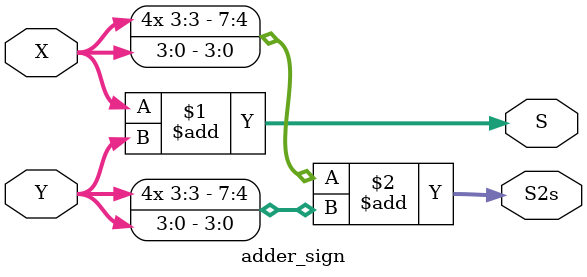
<source format=v>
module adder_sign (X, Y, S, S2s);
  input [3:0] X, Y;
  output [7:0] S, S2s;	
	
  assign  S = X + Y,
          S2s = {{4{X[3]}}, X} + {{4{Y[3]}}, Y};

endmodule

</source>
